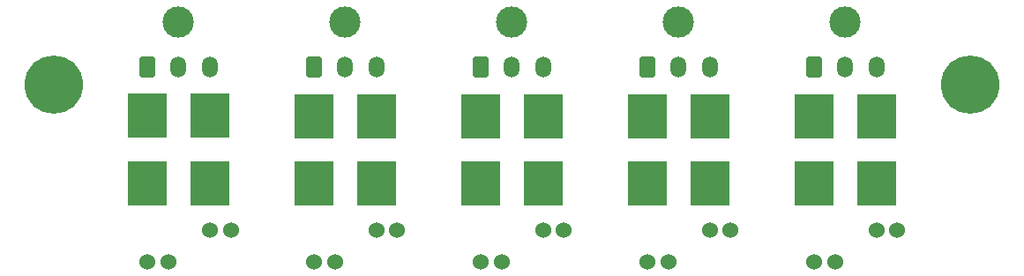
<source format=gts>
G04 #@! TF.GenerationSoftware,KiCad,Pcbnew,5.1.9+dfsg1-1*
G04 #@! TF.CreationDate,2022-08-21T21:29:47+09:00*
G04 #@! TF.ProjectId,car-fuse-box-smd,6361722d-6675-4736-952d-626f782d736d,rev?*
G04 #@! TF.SameCoordinates,Original*
G04 #@! TF.FileFunction,Soldermask,Top*
G04 #@! TF.FilePolarity,Negative*
%FSLAX46Y46*%
G04 Gerber Fmt 4.6, Leading zero omitted, Abs format (unit mm)*
G04 Created by KiCad (PCBNEW 5.1.9+dfsg1-1) date 2022-08-21 21:29:47*
%MOMM*%
%LPD*%
G01*
G04 APERTURE LIST*
%ADD10R,3.800000X4.250000*%
%ADD11C,3.000000*%
%ADD12O,1.500000X2.020000*%
%ADD13C,5.600000*%
%ADD14C,1.524000*%
G04 APERTURE END LIST*
D10*
X78000000Y-124477000D03*
X78000000Y-118000000D03*
X84000000Y-118000000D03*
X84000000Y-124477000D03*
X94000000Y-118063000D03*
X94000000Y-124540000D03*
X100000000Y-124540000D03*
X100000000Y-118063000D03*
X110000000Y-118063000D03*
X110000000Y-124540000D03*
X116000000Y-124540000D03*
X116000000Y-118063000D03*
X126000000Y-118063000D03*
X126000000Y-124540000D03*
X132000000Y-124540000D03*
X132000000Y-118063000D03*
D11*
X81000000Y-109000000D03*
G36*
G01*
X77250000Y-114080000D02*
X77250000Y-112560000D01*
G75*
G02*
X77500000Y-112310000I250000J0D01*
G01*
X78500000Y-112310000D01*
G75*
G02*
X78750000Y-112560000I0J-250000D01*
G01*
X78750000Y-114080000D01*
G75*
G02*
X78500000Y-114330000I-250000J0D01*
G01*
X77500000Y-114330000D01*
G75*
G02*
X77250000Y-114080000I0J250000D01*
G01*
G37*
D12*
X81000000Y-113320000D03*
X84000000Y-113320000D03*
X100000000Y-113320000D03*
X97000000Y-113320000D03*
G36*
G01*
X93250000Y-114080000D02*
X93250000Y-112560000D01*
G75*
G02*
X93500000Y-112310000I250000J0D01*
G01*
X94500000Y-112310000D01*
G75*
G02*
X94750000Y-112560000I0J-250000D01*
G01*
X94750000Y-114080000D01*
G75*
G02*
X94500000Y-114330000I-250000J0D01*
G01*
X93500000Y-114330000D01*
G75*
G02*
X93250000Y-114080000I0J250000D01*
G01*
G37*
D11*
X97000000Y-109000000D03*
X113000000Y-109000000D03*
G36*
G01*
X109250000Y-114080000D02*
X109250000Y-112560000D01*
G75*
G02*
X109500000Y-112310000I250000J0D01*
G01*
X110500000Y-112310000D01*
G75*
G02*
X110750000Y-112560000I0J-250000D01*
G01*
X110750000Y-114080000D01*
G75*
G02*
X110500000Y-114330000I-250000J0D01*
G01*
X109500000Y-114330000D01*
G75*
G02*
X109250000Y-114080000I0J250000D01*
G01*
G37*
D12*
X113000000Y-113320000D03*
X116000000Y-113320000D03*
X132000000Y-113320000D03*
X129000000Y-113320000D03*
G36*
G01*
X125250000Y-114080000D02*
X125250000Y-112560000D01*
G75*
G02*
X125500000Y-112310000I250000J0D01*
G01*
X126500000Y-112310000D01*
G75*
G02*
X126750000Y-112560000I0J-250000D01*
G01*
X126750000Y-114080000D01*
G75*
G02*
X126500000Y-114330000I-250000J0D01*
G01*
X125500000Y-114330000D01*
G75*
G02*
X125250000Y-114080000I0J250000D01*
G01*
G37*
D11*
X129000000Y-109000000D03*
D13*
X69000000Y-115000000D03*
X157000000Y-115000000D03*
D14*
X96000000Y-132000000D03*
X94000000Y-132000000D03*
X100000000Y-129000000D03*
X102000000Y-129000000D03*
X112000000Y-132000000D03*
X110000000Y-132000000D03*
X116000000Y-129000000D03*
X118000000Y-129000000D03*
X128000000Y-132000000D03*
X126000000Y-132000000D03*
X132000000Y-129000000D03*
X134000000Y-129000000D03*
X78000000Y-132000000D03*
X80000000Y-132000000D03*
X86000000Y-129000000D03*
X84000000Y-129000000D03*
D10*
X142000000Y-124540000D03*
X142000000Y-118063000D03*
X148000000Y-118063000D03*
X148000000Y-124540000D03*
D11*
X145000000Y-109000000D03*
G36*
G01*
X141250000Y-114080000D02*
X141250000Y-112560000D01*
G75*
G02*
X141500000Y-112310000I250000J0D01*
G01*
X142500000Y-112310000D01*
G75*
G02*
X142750000Y-112560000I0J-250000D01*
G01*
X142750000Y-114080000D01*
G75*
G02*
X142500000Y-114330000I-250000J0D01*
G01*
X141500000Y-114330000D01*
G75*
G02*
X141250000Y-114080000I0J250000D01*
G01*
G37*
D12*
X145000000Y-113320000D03*
X148000000Y-113320000D03*
D14*
X142000000Y-132000000D03*
X144000000Y-132000000D03*
X150000000Y-129000000D03*
X148000000Y-129000000D03*
M02*

</source>
